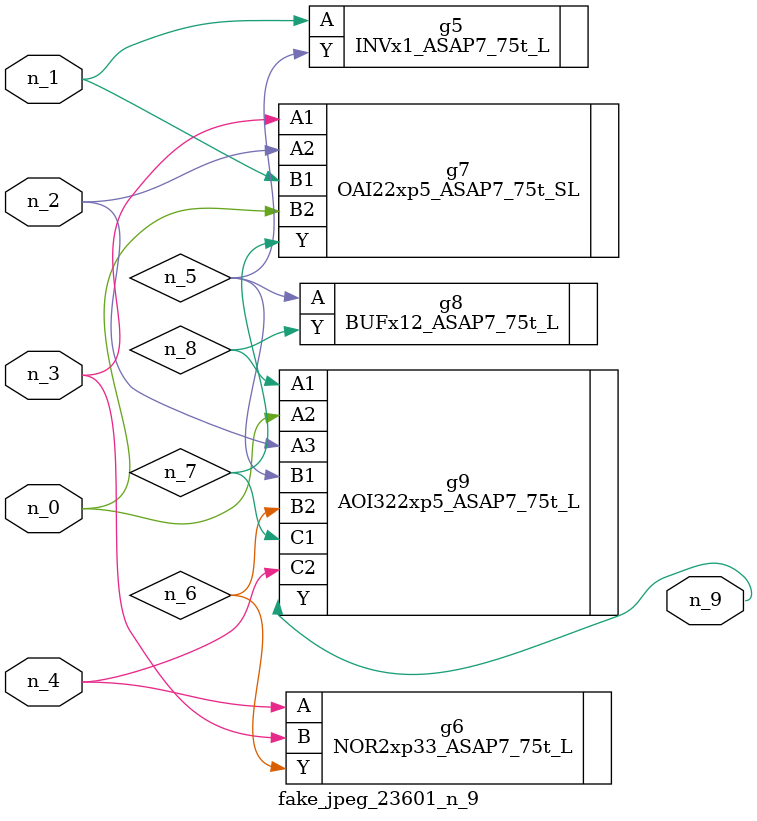
<source format=v>
module fake_jpeg_23601_n_9 (n_3, n_2, n_1, n_0, n_4, n_9);

input n_3;
input n_2;
input n_1;
input n_0;
input n_4;

output n_9;

wire n_8;
wire n_6;
wire n_5;
wire n_7;

INVx1_ASAP7_75t_L g5 ( 
.A(n_1),
.Y(n_5)
);

NOR2xp33_ASAP7_75t_L g6 ( 
.A(n_4),
.B(n_3),
.Y(n_6)
);

OAI22xp5_ASAP7_75t_SL g7 ( 
.A1(n_3),
.A2(n_2),
.B1(n_1),
.B2(n_0),
.Y(n_7)
);

BUFx12_ASAP7_75t_L g8 ( 
.A(n_5),
.Y(n_8)
);

AOI322xp5_ASAP7_75t_L g9 ( 
.A1(n_8),
.A2(n_0),
.A3(n_2),
.B1(n_5),
.B2(n_6),
.C1(n_7),
.C2(n_4),
.Y(n_9)
);


endmodule
</source>
